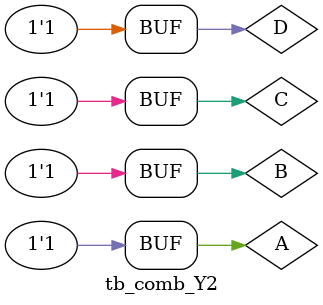
<source format=v>
`timescale 10ns/1ns
`include "comb_Y2.v"

module tb_comb_Y2;
  
  wire Y;
  reg A, B, C, D;
  wire Y;
  
  comb_Y2 m_comb_Y2(Y, A, B, C, D);
  initial begin
    #10 {A, B, C, D} = 4'b0000;
    #10 {A, B, C, D} = 4'b0001;
    #10 {A, B, C, D} = 4'b0010;
    #10 {A, B, C, D} = 4'b0011;
    #10 {A, B, C, D} = 4'b0100;
    #10 {A, B, C, D} = 4'b0101;
    #10 {A, B, C, D} = 4'b0110;
    #10 {A, B, C, D} = 4'b0111;
    #10 {A, B, C, D} = 4'b1000;
    #10 {A, B, C, D} = 4'b1001;
    #10 {A, B, C, D} = 4'b1010;
    #10 {A, B, C, D} = 4'b1011;
    #10 {A, B, C, D} = 4'b1100;
    #10 {A, B, C, D} = 4'b1101;
    #10 {A, B, C, D} = 4'b1110;
    #10 {A, B, C, D} = 4'b1111;
  end
  
  initial begin
    $monitor("Current time: %tns", $time, "<---->A = %b, B = %b, C = %b, D = %b, Y2 = %b",
              A, B, C, D, Y);
  end
  
endmodule



</source>
